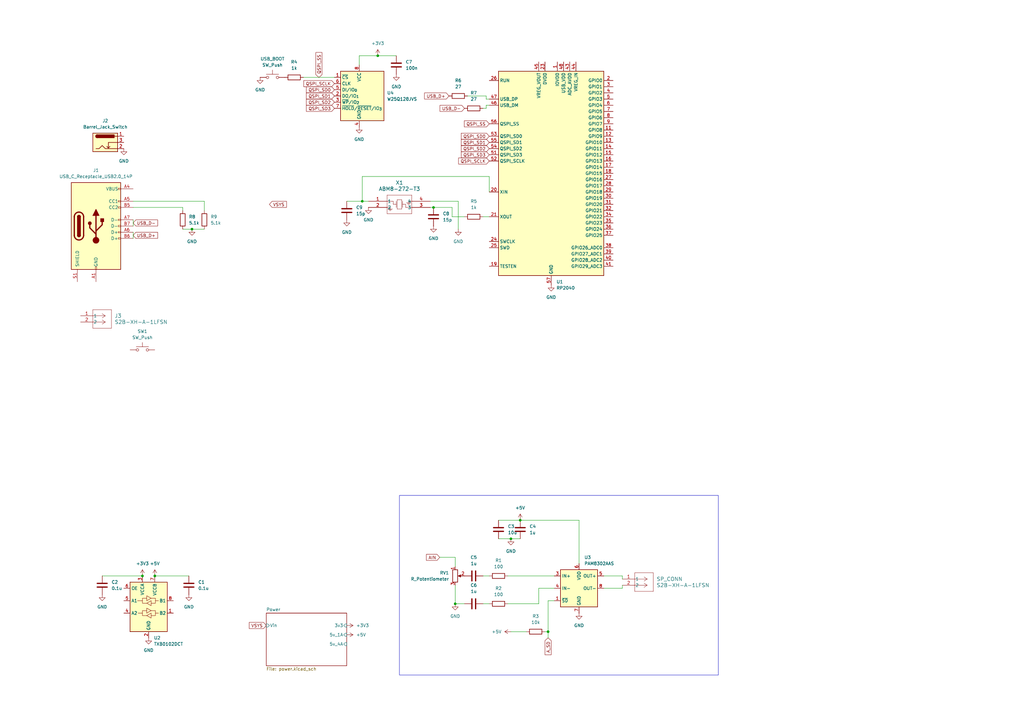
<source format=kicad_sch>
(kicad_sch (version 20250114) (generator "eeschema") (generator_version "9.0")
  (paper "A3")
  (lib_symbols
    (symbol "2025-06-24_02-23-02:ABM8-272-T3" (pin_names (offset 0.254))
      (property "Reference" "X" (at 12.7 7.62 0))
      (property "Value" "ABM8-272-T3" (at 12.7 5.08 0))
      (symbol "ABM8-272-T3_0_1"
        (polyline (pts (xy 7.62 2.54) (xy 7.62 -5.08)) (stroke (width 0.127)))
        (polyline (pts (xy 7.62 -2.54) (xy 8.89 -2.54)) (stroke (width 0.127)))
        (polyline (pts (xy 7.62 -5.08) (xy 17.78 -5.08)) (stroke (width 0.127)))
        (polyline (pts (xy 7.9375 -3.175) (xy 9.8425 -3.175)) (stroke (width 0.127)))
        (polyline (pts (xy 8.255 -3.4925) (xy 9.525 -3.4925)) (stroke (width 0.127)))
        (polyline (pts (xy 8.5725 -3.81) (xy 9.2075 -3.81)) (stroke (width 0.127)))
        (polyline (pts (xy 8.89 -2.54) (xy 8.89 -3.175)) (stroke (width 0.127)))
        (polyline (pts (xy 10.16 0) (xy 7.62 0)) (stroke (width 0.127)))
        (polyline (pts (xy 10.16 -1.27) (xy 10.16 0)) (stroke (width 0.127)))
        (polyline (pts (xy 11.43 0) (xy 11.43 -2.54)) (stroke (width 0.127)))
        (polyline (pts (xy 11.43 -1.27) (xy 10.16 -1.27)) (stroke (width 0.127)))
        (polyline (pts (xy 11.7475 0.635) (xy 11.7475 -3.175)) (stroke (width 0.127)))
        (polyline (pts (xy 11.7475 -3.175) (xy 13.6525 -3.175)) (stroke (width 0.127)))
        (polyline (pts (xy 13.6525 0.635) (xy 11.7475 0.635)) (stroke (width 0.127)))
        (polyline (pts (xy 13.6525 -3.175) (xy 13.6525 0.635)) (stroke (width 0.127)))
        (polyline (pts (xy 13.97 0) (xy 13.97 -2.54)) (stroke (width 0.127)))
        (polyline (pts (xy 13.97 -1.27) (xy 15.24 -1.27)) (stroke (width 0.127)))
        (polyline (pts (xy 15.24 -1.27) (xy 15.24 -2.54)) (stroke (width 0.127)))
        (polyline (pts (xy 15.24 -2.54) (xy 17.78 -2.54)) (stroke (width 0.127)))
        (polyline (pts (xy 16.51 0) (xy 16.51 -0.635)) (stroke (width 0.127)))
        (polyline (pts (xy 16.8275 -1.27) (xy 16.1925 -1.27)) (stroke (width 0.127)))
        (polyline (pts (xy 17.145 -0.9525) (xy 15.875 -0.9525)) (stroke (width 0.127)))
        (polyline (pts (xy 17.4625 -0.635) (xy 15.5575 -0.635)) (stroke (width 0.127)))
        (polyline (pts (xy 17.78 2.54) (xy 7.62 2.54)) (stroke (width 0.127)))
        (polyline (pts (xy 17.78 0) (xy 16.51 0)) (stroke (width 0.127)))
        (polyline (pts (xy 17.78 -5.08) (xy 17.78 2.54)) (stroke (width 0.127)))
        (pin unspecified line (at 0 0 0) (length 7.62) (name "1") (number "1"))
        (pin unspecified line (at 0 -2.54 0) (length 7.62) (name "2") (number "2"))
        (pin unspecified line (at 25.4 0 180) (length 7.62) (name "4") (number "4"))
        (pin unspecified line (at 25.4 -2.54 180) (length 7.62) (name "3") (number "3"))
      )
    )
    (symbol "Amplifier_Audio:PAM8302AAS"
      (property "Reference" "U" (at 7.62 11.43 0))
      (property "Value" "PAM8302AAS" (at 7.62 8.89 0))
      (symbol "PAM8302AAS_0_1"
        (rectangle (start -7.62 7.62) (end 7.62 -7.62) (stroke (width 0.254)) (fill (type background)))
      )
      (symbol "PAM8302AAS_1_1"
        (pin input line (at -10.16 5.08 0) (length 2.54) (name "IN+") (number "3"))
        (pin input line (at -10.16 0 0) (length 2.54) (name "IN-") (number "4"))
        (pin input line (at -10.16 -5.08 0) (length 2.54) (name "~{SD}") (number "1"))
        (pin power_in line (at 0 10.16 270) (length 2.54) (name "VDD") (number "6"))
        (pin power_in line (at 0 -10.16 90) (length 2.54) (name "GND") (number "7"))
        (pin no_connect line (at 7.62 -5.08 180) (length 2.54) (hide yes) (name "NC") (number "2"))
        (pin output line (at 10.16 5.08 180) (length 2.54) (name "OUT+") (number "5"))
        (pin output line (at 10.16 0 180) (length 2.54) (name "OUT-") (number "8"))
      )
    )
    (symbol "Connector:Barrel_Jack_Switch" (pin_names (hide yes))
      (property "Reference" "J" (at 0 5.334 0))
      (property "Value" "Barrel_Jack_Switch" (at 0 -5.08 0))
      (symbol "Barrel_Jack_Switch_0_1"
        (rectangle (start -5.08 3.81) (end 5.08 -3.81) (stroke (width 0.254)) (fill (type background)))
        (polyline (pts (xy -3.81 -2.54) (xy -2.54 -2.54) (xy -1.27 -1.27) (xy 0 -2.54) (xy 2.54 -2.54) (xy 5.08 -2.54)) (stroke (width 0.254)))
        (arc (start -3.302 1.905) (mid -3.9343 2.54) (end -3.302 3.175) (stroke (width 0.254)))
        (arc (start -3.302 1.905) (mid -3.9343 2.54) (end -3.302 3.175) (stroke (width 0.254)) (fill (type outline)))
        (polyline (pts (xy 1.27 -2.286) (xy 1.905 -1.651)) (stroke (width 0.254)))
        (rectangle (start 3.683 3.175) (end -3.302 1.905) (stroke (width 0.254)) (fill (type outline)))
        (polyline (pts (xy 5.08 2.54) (xy 3.81 2.54)) (stroke (width 0.254)))
        (polyline (pts (xy 5.08 0) (xy 1.27 0) (xy 1.27 -2.286) (xy 0.635 -1.651)) (stroke (width 0.254)))
      )
      (symbol "Barrel_Jack_Switch_1_1"
        (pin passive line (at 7.62 2.54 180) (length 2.54) (name "~") (number "1"))
        (pin passive line (at 7.62 0 180) (length 2.54) (name "~") (number "3"))
        (pin passive line (at 7.62 -2.54 180) (length 2.54) (name "~") (number "2"))
      )
    )
    (symbol "Connector:USB_C_Receptacle_USB2.0_14P" (pin_names (offset 1.016))
      (property "Reference" "J" (at 0 22.225 0))
      (property "Value" "USB_C_Receptacle_USB2.0_14P" (at 0 19.685 0))
      (symbol "USB_C_Receptacle_USB2.0_14P_0_0"
        (rectangle (start -0.254 -17.78) (end 0.254 -16.764))
        (rectangle (start 10.16 15.494) (end 9.144 14.986))
        (rectangle (start 10.16 10.414) (end 9.144 9.906))
        (rectangle (start 10.16 7.874) (end 9.144 7.366))
        (rectangle (start 10.16 2.794) (end 9.144 2.286))
        (rectangle (start 10.16 0.254) (end 9.144 -0.254))
        (rectangle (start 10.16 -2.286) (end 9.144 -2.794))
        (rectangle (start 10.16 -4.826) (end 9.144 -5.334))
      )
      (symbol "USB_C_Receptacle_USB2.0_14P_0_1"
        (rectangle (start -10.16 17.78) (end 10.16 -17.78) (stroke (width 0.254)) (fill (type background)))
        (polyline (pts (xy -8.89 -3.81) (xy -8.89 3.81)) (stroke (width 0.508)))
        (rectangle (start -7.62 -3.81) (end -6.35 3.81) (stroke (width 0.254)) (fill (type outline)))
        (arc (start -7.62 3.81) (mid -6.985 4.4423) (end -6.35 3.81) (stroke (width 0.254)))
        (arc (start -7.62 3.81) (mid -6.985 4.4423) (end -6.35 3.81) (stroke (width 0.254)) (fill (type outline)))
        (arc (start -8.89 3.81) (mid -6.985 5.7067) (end -5.08 3.81) (stroke (width 0.508)))
        (arc (start -5.08 -3.81) (mid -6.985 -5.7067) (end -8.89 -3.81) (stroke (width 0.508)))
        (arc (start -6.35 -3.81) (mid -6.985 -4.4423) (end -7.62 -3.81) (stroke (width 0.254)))
        (arc (start -6.35 -3.81) (mid -6.985 -4.4423) (end -7.62 -3.81) (stroke (width 0.254)) (fill (type outline)))
        (polyline (pts (xy -5.08 3.81) (xy -5.08 -3.81)) (stroke (width 0.508)))
        (circle (center -2.54 1.143) (radius 0.635) (stroke (width 0.254)) (fill (type outline)))
        (polyline (pts (xy -1.27 4.318) (xy 0 6.858) (xy 1.27 4.318) (xy -1.27 4.318)) (stroke (width 0.254)) (fill (type outline)))
        (polyline (pts (xy 0 -2.032) (xy 2.54 0.508) (xy 2.54 1.778)) (stroke (width 0.508)))
        (polyline (pts (xy 0 -3.302) (xy -2.54 -0.762) (xy -2.54 0.508)) (stroke (width 0.508)))
        (polyline (pts (xy 0 -5.842) (xy 0 4.318)) (stroke (width 0.508)))
        (circle (center 0 -5.842) (radius 1.27) (fill (type outline)))
        (rectangle (start 1.905 1.778) (end 3.175 3.048) (stroke (width 0.254)) (fill (type outline)))
      )
      (symbol "USB_C_Receptacle_USB2.0_14P_1_1"
        (pin passive line (at -7.62 -22.86 90) (length 5.08) (name "SHIELD") (number "S1"))
        (pin passive line (at 0 -22.86 90) (length 5.08) (name "GND") (number "A1"))
        (pin passive line (at 0 -22.86 90) (length 5.08) (hide yes) (name "GND") (number "A12"))
        (pin passive line (at 0 -22.86 90) (length 5.08) (hide yes) (name "GND") (number "B1"))
        (pin passive line (at 0 -22.86 90) (length 5.08) (hide yes) (name "GND") (number "B12"))
        (pin passive line (at 15.24 15.24 180) (length 5.08) (name "VBUS") (number "A4"))
        (pin passive line (at 15.24 15.24 180) (length 5.08) (hide yes) (name "VBUS") (number "A9"))
        (pin passive line (at 15.24 15.24 180) (length 5.08) (hide yes) (name "VBUS") (number "B4"))
        (pin passive line (at 15.24 15.24 180) (length 5.08) (hide yes) (name "VBUS") (number "B9"))
        (pin bidirectional line (at 15.24 10.16 180) (length 5.08) (name "CC1") (number "A5"))
        (pin bidirectional line (at 15.24 7.62 180) (length 5.08) (name "CC2") (number "B5"))
        (pin bidirectional line (at 15.24 2.54 180) (length 5.08) (name "D-") (number "A7"))
        (pin bidirectional line (at 15.24 0 180) (length 5.08) (name "D-") (number "B7"))
        (pin bidirectional line (at 15.24 -2.54 180) (length 5.08) (name "D+") (number "A6"))
        (pin bidirectional line (at 15.24 -5.08 180) (length 5.08) (name "D+") (number "B6"))
      )
    )
    (symbol "Device:C" (pin_numbers (hide yes)) (pin_names (offset 0.254))
      (property "Reference" "C" (at 0.635 2.54 0))
      (property "Value" "C" (at 0.635 -2.54 0))
      (symbol "C_0_1"
        (polyline (pts (xy -2.032 0.762) (xy 2.032 0.762)) (stroke (width 0.508)))
        (polyline (pts (xy -2.032 -0.762) (xy 2.032 -0.762)) (stroke (width 0.508)))
      )
      (symbol "C_1_1"
        (pin passive line (at 0 3.81 270) (length 2.794) (name "~") (number "1"))
        (pin passive line (at 0 -3.81 90) (length 2.794) (name "~") (number "2"))
      )
    )
    (symbol "Device:R" (pin_numbers (hide yes)) (pin_names (offset 0))
      (property "Reference" "R" (at 2.032 0 90))
      (property "Value" "R" (at 0 0 90))
      (symbol "R_0_1"
        (rectangle (start -1.016 -2.54) (end 1.016 2.54) (stroke (width 0.254)))
      )
      (symbol "R_1_1"
        (pin passive line (at 0 3.81 270) (length 1.27) (name "~") (number "1"))
        (pin passive line (at 0 -3.81 90) (length 1.27) (name "~") (number "2"))
      )
    )
    (symbol "Device:R_Potentiometer" (pin_names (offset 1.016) (hide yes))
      (property "Reference" "RV" (at -4.445 0 90))
      (property "Value" "R_Potentiometer" (at -2.54 0 90))
      (symbol "R_Potentiometer_0_1"
        (rectangle (start 1.016 2.54) (end -1.016 -2.54) (stroke (width 0.254)))
        (polyline (pts (xy 1.143 0) (xy 2.286 0.508) (xy 2.286 -0.508) (xy 1.143 0)) (fill (type outline)))
        (polyline (pts (xy 2.54 0) (xy 1.524 0)))
      )
      (symbol "R_Potentiometer_1_1"
        (pin passive line (at 0 3.81 270) (length 1.27) (name "1") (number "1"))
        (pin passive line (at 0 -3.81 90) (length 1.27) (name "3") (number "3"))
        (pin passive line (at 3.81 0 180) (length 1.27) (name "2") (number "2"))
      )
    )
    (symbol "JST_XH_A:S2B-XH-A-1LFSN" (pin_names (offset 0.254))
      (property "Reference" "J" (at 8.89 6.35 0))
      (property "Value" "S2B-XH-A-1LFSN" (at 0 0 0))
      (symbol "S2B-XH-A-1LFSN_1_1"
        (polyline (pts (xy 5.08 2.54) (xy 5.08 -5.08)) (stroke (width 0.127)))
        (polyline (pts (xy 5.08 -5.08) (xy 12.7 -5.08)) (stroke (width 0.127)))
        (polyline (pts (xy 10.16 0) (xy 5.08 0)) (stroke (width 0.127)))
        (polyline (pts (xy 10.16 0) (xy 8.89 0.8467)) (stroke (width 0.127)))
        (polyline (pts (xy 10.16 0) (xy 8.89 -0.8467)) (stroke (width 0.127)))
        (polyline (pts (xy 10.16 -2.54) (xy 5.08 -2.54)) (stroke (width 0.127)))
        (polyline (pts (xy 10.16 -2.54) (xy 8.89 -1.6933)) (stroke (width 0.127)))
        (polyline (pts (xy 10.16 -2.54) (xy 8.89 -3.3867)) (stroke (width 0.127)))
        (polyline (pts (xy 12.7 2.54) (xy 5.08 2.54)) (stroke (width 0.127)))
        (polyline (pts (xy 12.7 -5.08) (xy 12.7 2.54)) (stroke (width 0.127)))
        (pin unspecified line (at 0 0 0) (length 5.08) (name "1") (number "1"))
        (pin unspecified line (at 0 -2.54 0) (length 5.08) (name "2") (number "2"))
      )
      (symbol "S2B-XH-A-1LFSN_1_2"
        (polyline (pts (xy 5.08 2.54) (xy 5.08 -5.08)) (stroke (width 0.127)))
        (polyline (pts (xy 5.08 -5.08) (xy 12.7 -5.08)) (stroke (width 0.127)))
        (polyline (pts (xy 7.62 0) (xy 5.08 0)) (stroke (width 0.127)))
        (polyline (pts (xy 7.62 0) (xy 8.89 0.8467)) (stroke (width 0.127)))
        (polyline (pts (xy 7.62 0) (xy 8.89 -0.8467)) (stroke (width 0.127)))
        (polyline (pts (xy 7.62 -2.54) (xy 5.08 -2.54)) (stroke (width 0.127)))
        (polyline (pts (xy 7.62 -2.54) (xy 8.89 -1.6933)) (stroke (width 0.127)))
        (polyline (pts (xy 7.62 -2.54) (xy 8.89 -3.3867)) (stroke (width 0.127)))
        (polyline (pts (xy 12.7 2.54) (xy 5.08 2.54)) (stroke (width 0.127)))
        (polyline (pts (xy 12.7 -5.08) (xy 12.7 2.54)) (stroke (width 0.127)))
        (pin unspecified line (at 0 0 0) (length 5.08) (name "1") (number "1"))
        (pin unspecified line (at 0 -2.54 0) (length 5.08) (name "2") (number "2"))
      )
    )
    (symbol "Logic_LevelTranslator:TXB0102DCT"
      (property "Reference" "U" (at -6.35 11.43 0))
      (property "Value" "TXB0102DCT" (at 3.81 11.43 0))
      (symbol "TXB0102DCT_0_1"
        (rectangle (start -7.62 10.16) (end 7.62 -10.16) (stroke (width 0.254)) (fill (type background)))
        (polyline (pts (xy -2.54 2.54) (xy -2.54 3.556) (xy -0.762 3.556)))
        (polyline (pts (xy -2.54 -2.54) (xy -2.54 -1.524) (xy -0.762 -1.524)))
        (polyline (pts (xy -0.762 2.54) (xy -0.762 4.572) (xy 1.016 3.556) (xy -0.762 2.54)))
        (polyline (pts (xy -0.762 1.524) (xy -2.54 1.524) (xy -2.54 2.54) (xy -4.572 2.54)))
        (polyline (pts (xy -0.762 -2.54) (xy -0.762 -0.508) (xy 1.016 -1.524) (xy -0.762 -2.54)) (fill (type background)))
        (polyline (pts (xy -0.762 -3.556) (xy -2.54 -3.556) (xy -2.54 -2.54) (xy -4.318 -2.54)))
        (polyline (pts (xy 1.016 3.556) (xy 2.794 3.556) (xy 2.794 2.54) (xy 4.064 2.54)))
        (polyline (pts (xy 1.016 2.54) (xy 1.016 0.762) (xy 1.016 0.508) (xy -0.762 1.524) (xy 1.016 2.54)))
        (polyline (pts (xy 1.016 -1.524) (xy 2.794 -1.524) (xy 2.794 -2.54) (xy 4.064 -2.54)))
        (polyline (pts (xy 1.016 -2.54) (xy 1.016 -4.572) (xy -0.762 -3.556) (xy 1.016 -2.54)))
        (polyline (pts (xy 2.794 2.54) (xy 2.794 1.524) (xy 1.016 1.524)))
        (polyline (pts (xy 2.794 -2.54) (xy 2.794 -3.556) (xy 1.016 -3.556)))
      )
      (symbol "TXB0102DCT_1_1"
        (pin input line (at -10.16 7.62 0) (length 2.54) (name "OE") (number "6"))
        (pin bidirectional line (at -10.16 2.54 0) (length 2.54) (name "A1") (number "5"))
        (pin bidirectional line (at -10.16 -2.54 0) (length 2.54) (name "A2") (number "4"))
        (pin power_in line (at -2.54 12.7 270) (length 2.54) (name "VCCA") (number "3"))
        (pin power_in line (at 0 -12.7 90) (length 2.54) (name "GND") (number "2"))
        (pin power_in line (at 2.54 12.7 270) (length 2.54) (name "VCCB") (number "7"))
        (pin bidirectional line (at 10.16 2.54 180) (length 2.54) (name "B1") (number "8"))
        (pin bidirectional line (at 10.16 -2.54 180) (length 2.54) (name "B2") (number "1"))
      )
    )
    (symbol "MCU_RaspberryPi:RP2040"
      (property "Reference" "U" (at 17.78 45.72 0))
      (property "Value" "RP2040" (at 17.78 43.18 0))
      (symbol "RP2040_0_1"
        (rectangle (start -21.59 41.91) (end 21.59 -41.91) (stroke (width 0.254)) (fill (type background)))
      )
      (symbol "RP2040_1_1"
        (pin input line (at -25.4 38.1 0) (length 3.81) (name "RUN") (number "26"))
        (pin bidirectional line (at -25.4 30.48 0) (length 3.81) (name "USB_DP") (number "47"))
        (pin bidirectional line (at -25.4 27.94 0) (length 3.81) (name "USB_DM") (number "46"))
        (pin bidirectional line (at -25.4 20.32 0) (length 3.81) (name "QSPI_SS") (number "56"))
        (pin bidirectional line (at -25.4 15.24 0) (length 3.81) (name "QSPI_SD0") (number "53"))
        (pin bidirectional line (at -25.4 12.7 0) (length 3.81) (name "QSPI_SD1") (number "55"))
        (pin bidirectional line (at -25.4 10.16 0) (length 3.81) (name "QSPI_SD2") (number "54"))
        (pin bidirectional line (at -25.4 7.62 0) (length 3.81) (name "QSPI_SD3") (number "51"))
        (pin output line (at -25.4 5.08 0) (length 3.81) (name "QSPI_SCLK") (number "52"))
        (pin input line (at -25.4 -7.62 0) (length 3.81) (name "XIN") (number "20"))
        (pin passive line (at -25.4 -17.78 0) (length 3.81) (name "XOUT") (number "21"))
        (pin input line (at -25.4 -27.94 0) (length 3.81) (name "SWCLK") (number "24"))
        (pin bidirectional line (at -25.4 -30.48 0) (length 3.81) (name "SWD") (number "25"))
        (pin input line (at -25.4 -38.1 0) (length 3.81) (name "TESTEN") (number "19"))
        (pin power_out line (at -5.08 45.72 270) (length 3.81) (name "VREG_VOUT") (number "45"))
        (pin power_in line (at -2.54 45.72 270) (length 3.81) (name "DVDD") (number "23"))
        (pin passive line (at -2.54 45.72 270) (length 3.81) (hide yes) (name "DVDD") (number "50"))
        (pin power_in line (at 0 -45.72 90) (length 3.81) (name "GND") (number "57"))
        (pin power_in line (at 2.54 45.72 270) (length 3.81) (name "IOVDD") (number "1"))
        (pin passive line (at 2.54 45.72 270) (length 3.81) (hide yes) (name "IOVDD") (number "10"))
        (pin passive line (at 2.54 45.72 270) (length 3.81) (hide yes) (name "IOVDD") (number "22"))
        (pin passive line (at 2.54 45.72 270) (length 3.81) (hide yes) (name "IOVDD") (number "33"))
        (pin passive line (at 2.54 45.72 270) (length 3.81) (hide yes) (name "IOVDD") (number "42"))
        (pin passive line (at 2.54 45.72 270) (length 3.81) (hide yes) (name "IOVDD") (number "49"))
        (pin power_in line (at 5.08 45.72 270) (length 3.81) (name "USB_VDD") (number "48"))
        (pin power_in line (at 7.62 45.72 270) (length 3.81) (name "ADC_AVDD") (number "43"))
        (pin power_in line (at 10.16 45.72 270) (length 3.81) (name "VREG_IN") (number "44"))
        (pin bidirectional line (at 25.4 38.1 180) (length 3.81) (name "GPIO0") (number "2"))
        (pin bidirectional line (at 25.4 35.56 180) (length 3.81) (name "GPIO1") (number "3"))
        (pin bidirectional line (at 25.4 33.02 180) (length 3.81) (name "GPIO2") (number "4"))
        (pin bidirectional line (at 25.4 30.48 180) (length 3.81) (name "GPIO3") (number "5"))
        (pin bidirectional line (at 25.4 27.94 180) (length 3.81) (name "GPIO4") (number "6"))
        (pin bidirectional line (at 25.4 25.4 180) (length 3.81) (name "GPIO5") (number "7"))
        (pin bidirectional line (at 25.4 22.86 180) (length 3.81) (name "GPIO6") (number "8"))
        (pin bidirectional line (at 25.4 20.32 180) (length 3.81) (name "GPIO7") (number "9"))
        (pin bidirectional line (at 25.4 17.78 180) (length 3.81) (name "GPIO8") (number "11"))
        (pin bidirectional line (at 25.4 15.24 180) (length 3.81) (name "GPIO9") (number "12"))
        (pin bidirectional line (at 25.4 12.7 180) (length 3.81) (name "GPIO10") (number "13"))
        (pin bidirectional line (at 25.4 10.16 180) (length 3.81) (name "GPIO11") (number "14"))
        (pin bidirectional line (at 25.4 7.62 180) (length 3.81) (name "GPIO12") (number "15"))
        (pin bidirectional line (at 25.4 5.08 180) (length 3.81) (name "GPIO13") (number "16"))
        (pin bidirectional line (at 25.4 2.54 180) (length 3.81) (name "GPIO14") (number "17"))
        (pin bidirectional line (at 25.4 0 180) (length 3.81) (name "GPIO15") (number "18"))
        (pin bidirectional line (at 25.4 -2.54 180) (length 3.81) (name "GPIO16") (number "27"))
        (pin bidirectional line (at 25.4 -5.08 180) (length 3.81) (name "GPIO17") (number "28"))
        (pin bidirectional line (at 25.4 -7.62 180) (length 3.81) (name "GPIO18") (number "29"))
        (pin bidirectional line (at 25.4 -10.16 180) (length 3.81) (name "GPIO19") (number "30"))
        (pin bidirectional line (at 25.4 -12.7 180) (length 3.81) (name "GPIO20") (number "31"))
        (pin bidirectional line (at 25.4 -15.24 180) (length 3.81) (name "GPIO21") (number "32"))
        (pin bidirectional line (at 25.4 -17.78 180) (length 3.81) (name "GPIO22") (number "34"))
        (pin bidirectional line (at 25.4 -20.32 180) (length 3.81) (name "GPIO23") (number "35"))
        (pin bidirectional line (at 25.4 -22.86 180) (length 3.81) (name "GPIO24") (number "36"))
        (pin bidirectional line (at 25.4 -25.4 180) (length 3.81) (name "GPIO25") (number "37"))
        (pin bidirectional line (at 25.4 -30.48 180) (length 3.81) (name "GPIO26_ADC0") (number "38"))
        (pin bidirectional line (at 25.4 -33.02 180) (length 3.81) (name "GPIO27_ADC1") (number "39"))
        (pin bidirectional line (at 25.4 -35.56 180) (length 3.81) (name "GPIO28_ADC2") (number "40"))
        (pin bidirectional line (at 25.4 -38.1 180) (length 3.81) (name "GPIO29_ADC3") (number "41"))
      )
    )
    (symbol "Memory_Flash:W25Q128JVS"
      (property "Reference" "U" (at -6.35 11.43 0))
      (property "Value" "W25Q128JVS" (at 7.62 11.43 0))
      (symbol "W25Q128JVS_0_1"
        (rectangle (start -7.62 10.16) (end 10.16 -10.16) (stroke (width 0.254)) (fill (type background)))
      )
      (symbol "W25Q128JVS_1_1"
        (pin input line (at -10.16 7.62 0) (length 2.54) (name "~{CS}") (number "1"))
        (pin input line (at -10.16 5.08 0) (length 2.54) (name "CLK") (number "6"))
        (pin bidirectional line (at -10.16 2.54 0) (length 2.54) (name "DI/IO_{0}") (number "5"))
        (pin bidirectional line (at -10.16 0 0) (length 2.54) (name "DO/IO_{1}") (number "2"))
        (pin bidirectional line (at -10.16 -2.54 0) (length 2.54) (name "~{WP}/IO_{2}") (number "3"))
        (pin bidirectional line (at -10.16 -5.08 0) (length 2.54) (name "~{HOLD}/~{RESET}/IO_{3}") (number "7"))
        (pin power_in line (at 0 12.7 270) (length 2.54) (name "VCC") (number "8"))
        (pin power_in line (at 0 -12.7 90) (length 2.54) (name "GND") (number "4"))
      )
    )
    (symbol "Switch:SW_Push" (pin_numbers (hide yes)) (pin_names (offset 1.016) (hide yes))
      (property "Reference" "SW" (at 1.27 2.54 0))
      (property "Value" "SW_Push" (at 0 -1.524 0))
      (symbol "SW_Push_0_1"
        (circle (center -2.032 0) (radius 0.508))
        (polyline (pts (xy 0 1.27) (xy 0 3.048)))
        (circle (center 2.032 0) (radius 0.508))
        (polyline (pts (xy 2.54 1.27) (xy -2.54 1.27)))
        (pin passive line (at -5.08 0 0) (length 2.54) (name "1") (number "1"))
        (pin passive line (at 5.08 0 180) (length 2.54) (name "2") (number "2"))
      )
    )
    (symbol "power:+3V3" (power) (pin_numbers (hide yes)) (pin_names (offset 0) (hide yes))
      (property "Value" "+3V3" (at 0 3.556 0))
      (symbol "+3V3_0_1"
        (polyline (pts (xy -0.762 1.27) (xy 0 2.54)))
        (polyline (pts (xy 0 2.54) (xy 0.762 1.27)))
        (polyline (pts (xy 0 0) (xy 0 2.54)))
      )
      (symbol "+3V3_1_1"
        (pin power_in line (at 0 0 90) (length 0) (name "~") (number "1"))
      )
    )
    (symbol "power:+5V" (power) (pin_numbers (hide yes)) (pin_names (offset 0) (hide yes))
      (property "Value" "+5V" (at 0 3.556 0))
      (symbol "+5V_0_1"
        (polyline (pts (xy -0.762 1.27) (xy 0 2.54)))
        (polyline (pts (xy 0 2.54) (xy 0.762 1.27)))
        (polyline (pts (xy 0 0) (xy 0 2.54)))
      )
      (symbol "+5V_1_1"
        (pin power_in line (at 0 0 90) (length 0) (name "~") (number "1"))
      )
    )
    (symbol "power:GND" (power) (pin_numbers (hide yes)) (pin_names (offset 0) (hide yes))
      (property "Value" "GND" (at 0 -3.81 0))
      (symbol "GND_0_1"
        (polyline (pts (xy 0 0) (xy 0 -1.27) (xy 1.27 -1.27) (xy 0 -2.54) (xy -1.27 -1.27) (xy 0 -1.27)))
      )
      (symbol "GND_1_1"
        (pin power_in line (at 0 0 270) (length 0) (name "~") (number "1"))
      )
    )
  )
  (rectangle (start 163.83 203.2) (end 294.64 276.86))
  (junction (at 58.42 236.22))
  (junction (at 209.55 220.98))
  (junction (at 224.79 259.08))
  (junction (at 154.94 22.86))
  (junction (at 177.8 85.09))
  (junction (at 78.74 93.98))
  (junction (at 148.59 82.55))
  (junction (at 63.5 236.22))
  (junction (at 213.36 213.36))
  (junction (at 186.69 247.65))
  (wire (pts (xy 83.82 82.55) (xy 83.82 86.36)))
  (wire (pts (xy 154.94 22.86) (xy 162.56 22.86)))
  (wire (pts (xy 176.53 85.09) (xy 177.8 85.09)))
  (wire (pts (xy 208.28 236.22) (xy 227.33 236.22)))
  (wire (pts (xy 54.61 82.55) (xy 83.82 82.55)))
  (wire (pts (xy 209.55 220.98) (xy 213.36 220.98)))
  (wire (pts (xy 255.27 236.22) (xy 255.27 237.49)))
  (wire (pts (xy 180.34 228.6) (xy 186.69 228.6)))
  (wire (pts (xy 177.8 85.09) (xy 185.42 85.09)))
  (wire (pts (xy 237.49 213.36) (xy 213.36 213.36)))
  (wire (pts (xy 137.16 31.75) (xy 124.46 31.75)))
  (wire (pts (xy 247.65 236.22) (xy 255.27 236.22)))
  (wire (pts (xy 191.77 39.37) (xy 199.39 39.37)))
  (wire (pts (xy 185.42 85.09) (xy 185.42 88.9)))
  (wire (pts (xy 198.12 236.22) (xy 200.66 236.22)))
  (wire (pts (xy 199.39 43.18) (xy 200.66 43.18)))
  (wire (pts (xy 198.12 247.65) (xy 200.66 247.65)))
  (wire (pts (xy 198.12 88.9) (xy 200.66 88.9)))
  (wire (pts (xy 220.98 247.65) (xy 220.98 241.3)))
  (wire (pts (xy 237.49 231.14) (xy 237.49 213.36)))
  (wire (pts (xy 41.91 236.22) (xy 58.42 236.22)))
  (wire (pts (xy 199.39 39.37) (xy 199.39 40.64)))
  (wire (pts (xy 54.61 90.17) (xy 54.61 92.71)))
  (wire (pts (xy 78.74 93.98) (xy 83.82 93.98)))
  (wire (pts (xy 198.12 44.45) (xy 199.39 44.45)))
  (wire (pts (xy 186.69 232.41) (xy 186.69 228.6)))
  (wire (pts (xy 74.93 93.98) (xy 78.74 93.98)))
  (wire (pts (xy 63.5 236.22) (xy 77.47 236.22)))
  (wire (pts (xy 227.33 246.38) (xy 224.79 246.38)))
  (wire (pts (xy 185.42 88.9) (xy 190.5 88.9)))
  (wire (pts (xy 220.98 241.3) (xy 227.33 241.3)))
  (wire (pts (xy 186.69 247.65) (xy 190.5 247.65)))
  (wire (pts (xy 148.59 72.39) (xy 200.66 72.39)))
  (wire (pts (xy 247.65 241.3) (xy 255.27 241.3)))
  (wire (pts (xy 147.32 22.86) (xy 154.94 22.86)))
  (wire (pts (xy 186.69 240.03) (xy 186.69 247.65)))
  (wire (pts (xy 204.47 220.98) (xy 209.55 220.98)))
  (wire (pts (xy 176.53 82.55) (xy 187.96 82.55)))
  (wire (pts (xy 208.28 247.65) (xy 220.98 247.65)))
  (wire (pts (xy 224.79 261.62) (xy 224.79 259.08)))
  (wire (pts (xy 187.96 82.55) (xy 187.96 93.98)))
  (wire (pts (xy 148.59 82.55) (xy 148.59 72.39)))
  (wire (pts (xy 54.61 95.25) (xy 54.61 97.79)))
  (wire (pts (xy 255.27 241.3) (xy 255.27 240.03)))
  (wire (pts (xy 224.79 246.38) (xy 224.79 259.08)))
  (wire (pts (xy 215.9 259.08) (xy 209.55 259.08)))
  (wire (pts (xy 204.47 213.36) (xy 213.36 213.36)))
  (wire (pts (xy 199.39 40.64) (xy 200.66 40.64)))
  (wire (pts (xy 142.24 82.55) (xy 148.59 82.55)))
  (wire (pts (xy 74.93 85.09) (xy 54.61 85.09)))
  (wire (pts (xy 151.13 82.55) (xy 148.59 82.55)))
  (wire (pts (xy 147.32 26.67) (xy 147.32 22.86)))
  (wire (pts (xy 74.93 86.36) (xy 74.93 85.09)))
  (wire (pts (xy 199.39 44.45) (xy 199.39 43.18)))
  (wire (pts (xy 200.66 72.39) (xy 200.66 78.74)))
  (wire (pts (xy 224.79 259.08) (xy 223.52 259.08)))
  (global_label "QSPI_SD3" (shape input) (at 137.16 44.45 180) (property "Intersheetrefs" "${INTERSHEET_REFS}" (effects (hide yes))))
  (global_label "QSPI_SD3" (shape input) (at 200.66 63.5 180) (property "Intersheetrefs" "${INTERSHEET_REFS}" (effects (hide yes))))
  (global_label "QSPI_SD2" (shape input) (at 200.66 60.96 180) (property "Intersheetrefs" "${INTERSHEET_REFS}" (effects (hide yes))))
  (global_label "AIN" (shape input) (at 180.34 228.6 180) (property "Intersheetrefs" "${INTERSHEET_REFS}" (effects (hide yes))))
  (global_label "QSPI_SS" (shape input) (at 130.81 31.75 90) (property "Intersheetrefs" "${INTERSHEET_REFS}" (effects (hide yes))))
  (global_label "QSPI_SCLK" (shape input) (at 137.16 34.29 180) (property "Intersheetrefs" "${INTERSHEET_REFS}" (effects (hide yes))))
  (global_label "QSPI_SD2" (shape input) (at 137.16 41.91 180) (property "Intersheetrefs" "${INTERSHEET_REFS}" (effects (hide yes))))
  (global_label "VSYS" (shape input) (at 110.49 83.82 0) (property "Intersheetrefs" "${INTERSHEET_REFS}" (effects (hide yes))))
  (global_label "QSPI_SD0" (shape input) (at 200.66 55.88 180) (property "Intersheetrefs" "${INTERSHEET_REFS}" (effects (hide yes))))
  (global_label "VSYS" (shape input) (at 109.22 256.54 180) (property "Intersheetrefs" "${INTERSHEET_REFS}" (effects (hide yes))))
  (global_label "USB_D+" (shape input) (at 184.15 39.37 180) (property "Intersheetrefs" "${INTERSHEET_REFS}" (effects (hide yes))))
  (global_label "QSPI_SD1" (shape input) (at 200.66 58.42 180) (property "Intersheetrefs" "${INTERSHEET_REFS}" (effects (hide yes))))
  (global_label "A_SD" (shape input) (at 224.79 261.62 270) (property "Intersheetrefs" "${INTERSHEET_REFS}" (effects (hide yes))))
  (global_label "USB_D-" (shape input) (at 54.61 91.44 0) (property "Intersheetrefs" "${INTERSHEET_REFS}" (effects (hide yes))))
  (global_label "USB_D+" (shape input) (at 54.61 96.52 0) (property "Intersheetrefs" "${INTERSHEET_REFS}" (effects (hide yes))))
  (global_label "QSPI_SD0" (shape input) (at 137.16 36.83 180) (property "Intersheetrefs" "${INTERSHEET_REFS}" (effects (hide yes))))
  (global_label "USB_D-" (shape input) (at 190.5 44.45 180) (property "Intersheetrefs" "${INTERSHEET_REFS}" (effects (hide yes))))
  (global_label "QSPI_SS" (shape input) (at 200.66 50.8 180) (property "Intersheetrefs" "${INTERSHEET_REFS}" (effects (hide yes))))
  (global_label "QSPI_SD1" (shape input) (at 137.16 39.37 180) (property "Intersheetrefs" "${INTERSHEET_REFS}" (effects (hide yes))))
  (global_label "QSPI_SCLK" (shape input) (at 200.66 66.04 180) (property "Intersheetrefs" "${INTERSHEET_REFS}" (effects (hide yes))))
  (symbol (lib_id "JST_XH_A:S2B-XH-A-1LFSN") (at 33.02 129.54 0) (unit 1)
    (property "Reference" "J3" (at 46.99 129.5399 0) (effects (font (size 1.524 1.524)) (justify left)))
    (property "Value" "S2B-XH-A-1LFSN" (at 46.99 132.0799 0) (effects (font (size 1.524 1.524)) (justify left)))
    (property "Footprint" "CONN_S2B-XH-A-1LFSN_JST" (effects (hide yes)))
    (property "Datasheet" "S2B-XH-A-1LFSN" (effects (hide yes)))
  )
  (symbol (lib_id "power:GND") (at 162.56 30.48 0) (unit 1)
    (property "Reference" "#PWR024" (effects (hide yes)))
    (property "Value" "GND" (at 162.56 35.56 0))
    (property "Description" "Power symbol creates a global label with name \"GND\" , ground" (effects (hide yes)))
  )
  (symbol (lib_id "Device:R") (at 120.65 31.75 90) (unit 1)
    (property "Reference" "R4" (at 120.65 25.4 90))
    (property "Value" "1k" (at 120.65 27.94 90))
    (property "Description" "Resistor" (effects (hide yes)))
  )
  (symbol (lib_id "power:GND") (at 187.96 93.98 0) (unit 1)
    (property "Reference" "#PWR030" (effects (hide yes)))
    (property "Value" "GND" (at 187.96 99.06 0))
    (property "Description" "Power symbol creates a global label with name \"GND\" , ground" (effects (hide yes)))
  )
  (symbol (lib_id "power:GND") (at 77.47 243.84 0) (unit 1)
    (property "Reference" "#PWR013" (effects (hide yes)))
    (property "Value" "GND" (at 77.47 248.92 0))
    (property "Description" "Power symbol creates a global label with name \"GND\" , ground" (effects (hide yes)))
  )
  (symbol (lib_id "Connector:USB_C_Receptacle_USB2.0_14P") (at 39.37 92.71 0) (unit 1)
    (property "Reference" "J1" (at 39.37 69.85 0))
    (property "Value" "USB_C_Receptacle_USB2.0_14P" (at 39.37 72.39 0))
    (property "Footprint" "kicad-legacy/kicad-footprints/Connector_USB.pretty:USB_C_Receptacle_GCT_USB4085" (effects (hide yes)))
    (property "Datasheet" "https://www.usb.org/sites/default/files/documents/usb_type-c.zip" (effects (hide yes)))
    (property "Description" "USB 2.0-only 14P Type-C Receptacle connector" (effects (hide yes)))
  )
  (symbol (lib_id "power:GND") (at 41.91 243.84 0) (unit 1)
    (property "Reference" "#PWR014" (effects (hide yes)))
    (property "Value" "GND" (at 41.91 248.92 0))
    (property "Description" "Power symbol creates a global label with name \"GND\" , ground" (effects (hide yes)))
  )
  (symbol (lib_id "Device:C") (at 77.47 240.03 0) (unit 1)
    (property "Reference" "C1" (at 81.28 238.7599 0) (effects (justify left)))
    (property "Value" "0.1u" (at 81.28 241.2999 0) (effects (justify left)))
    (property "Description" "Unpolarized capacitor" (effects (hide yes)))
  )
  (symbol (lib_id "2025-06-24_02-23-02:ABM8-272-T3") (at 151.13 82.55 0) (unit 1)
    (property "Reference" "X1" (at 163.83 74.93 0) (effects (font (size 1.524 1.524))))
    (property "Value" "ABM8-272-T3" (at 163.83 77.47 0) (effects (font (size 1.524 1.524))))
    (property "Footprint" "ABM8-272-T3_ABR" (effects (hide yes)))
    (property "Datasheet" "ABM8-272-T3" (effects (hide yes)))
  )
  (symbol (lib_id "Device:R_Potentiometer") (at 186.69 236.22 0) (unit 1)
    (property "Reference" "RV1" (at 184.15 234.9499 0) (effects (justify right)))
    (property "Value" "R_Potentiometer" (at 184.15 237.4899 0) (effects (justify right)))
    (property "Description" "Potentiometer" (effects (hide yes)))
  )
  (symbol (lib_id "Device:C") (at 194.31 236.22 270) (unit 1)
    (property "Reference" "C5" (at 194.31 228.6 90))
    (property "Value" "1u" (at 194.31 231.14 90))
    (property "Description" "Unpolarized capacitor" (effects (hide yes)))
  )
  (symbol (lib_id "Memory_Flash:W25Q128JVS") (at 147.32 39.37 0) (unit 1)
    (property "Reference" "U4" (at 158.75 38.0999 0) (effects (justify left)))
    (property "Value" "W25Q128JVS" (at 158.75 40.6399 0) (effects (justify left)))
    (property "Footprint" "Package_SO:SOIC-8_5.3x5.3mm_P1.27mm" (effects (hide yes)))
    (property "Datasheet" "https://www.winbond.com/resource-files/w25q128jv_dtr%20revc%2003272018%20plus.pdf" (effects (hide yes)))
    (property "Description" "128Mbit / 16MiB Serial Flash Memory, Standard/Dual/Quad SPI, 2.7-3.6V, SOIC-8" (effects (hide yes)))
  )
  (symbol (lib_id "power:+5V") (at 142.24 260.35 270) (unit 1)
    (property "Reference" "#PWR012" (effects (hide yes)))
    (property "Value" "+5V" (at 146.05 260.3499 90) (effects (justify left)))
    (property "Description" "Power symbol creates a global label with name \"+5V\"" (effects (hide yes)))
  )
  (symbol (lib_id "Device:R") (at 194.31 44.45 90) (unit 1)
    (property "Reference" "R7" (at 194.31 38.1 90))
    (property "Value" "27" (at 194.31 40.64 90))
    (property "Description" "Resistor" (effects (hide yes)))
  )
  (symbol (lib_id "Device:R") (at 194.31 88.9 90) (unit 1)
    (property "Reference" "R5" (at 194.31 82.55 90))
    (property "Value" "1k" (at 194.31 85.09 90))
    (property "Description" "Resistor" (effects (hide yes)))
  )
  (symbol (lib_id "Device:R") (at 83.82 90.17 0) (unit 1)
    (property "Reference" "R9" (at 86.36 88.8999 0) (effects (justify left)))
    (property "Value" "5.1k" (at 86.36 91.4399 0) (effects (justify left)))
    (property "Description" "Resistor" (effects (hide yes)))
  )
  (symbol (lib_id "power:+3V3") (at 154.94 22.86 0) (unit 1)
    (property "Reference" "#PWR025" (effects (hide yes)))
    (property "Value" "+3V3" (at 154.94 17.78 0))
    (property "Description" "Power symbol creates a global label with name \"+3V3\"" (effects (hide yes)))
  )
  (symbol (lib_id "power:GND") (at 106.68 31.75 0) (unit 1)
    (property "Reference" "#PWR026" (effects (hide yes)))
    (property "Value" "GND" (at 106.68 36.83 0))
    (property "Description" "Power symbol creates a global label with name \"GND\" , ground" (effects (hide yes)))
  )
  (symbol (lib_id "Device:R") (at 219.71 259.08 90) (unit 1)
    (property "Reference" "R3" (at 219.71 252.73 90))
    (property "Value" "10k" (at 219.71 255.27 90))
    (property "Description" "Resistor" (effects (hide yes)))
  )
  (symbol (lib_id "power:GND") (at 142.24 90.17 0) (unit 1)
    (property "Reference" "#PWR028" (effects (hide yes)))
    (property "Value" "GND" (at 142.24 95.25 0))
    (property "Description" "Power symbol creates a global label with name \"GND\" , ground" (effects (hide yes)))
  )
  (symbol (lib_id "JST_XH_A:S2B-XH-A-1LFSN") (at 255.27 237.49 0) (unit 1)
    (property "Reference" "SP_CONN" (at 269.24 237.4899 0) (effects (font (size 1.524 1.524)) (justify left)))
    (property "Value" "S2B-XH-A-1LFSN" (at 269.24 240.0299 0) (effects (font (size 1.524 1.524)) (justify left)))
    (property "Footprint" "CONN_S2B-XH-A-1LFSN_JST" (effects (hide yes)))
    (property "Datasheet" "S2B-XH-A-1LFSN" (effects (hide yes)))
  )
  (symbol (lib_id "power:+5V") (at 63.5 236.22 0) (unit 1)
    (property "Reference" "#PWR017" (effects (hide yes)))
    (property "Value" "+5V" (at 63.5 231.14 0))
    (property "Description" "Power symbol creates a global label with name \"+5V\"" (effects (hide yes)))
  )
  (symbol (lib_id "power:GND") (at 60.96 261.62 0) (unit 1)
    (property "Reference" "#PWR015" (effects (hide yes)))
    (property "Value" "GND" (at 60.96 266.7 0))
    (property "Description" "Power symbol creates a global label with name \"GND\" , ground" (effects (hide yes)))
  )
  (symbol (lib_id "power:GND") (at 209.55 220.98 0) (unit 1)
    (property "Reference" "#PWR019" (effects (hide yes)))
    (property "Value" "GND" (at 209.55 226.06 0))
    (property "Description" "Power symbol creates a global label with name \"GND\" , ground" (effects (hide yes)))
  )
  (symbol (lib_id "Switch:SW_Push") (at 58.42 143.51 0) (unit 1)
    (property "Reference" "SW1" (at 58.42 135.89 0))
    (property "Value" "SW_Push" (at 58.42 138.43 0))
    (property "Description" "Push button switch, generic, two pins" (effects (hide yes)))
  )
  (symbol (lib_id "Device:C") (at 213.36 217.17 0) (unit 1)
    (property "Reference" "C4" (at 217.17 215.8999 0) (effects (justify left)))
    (property "Value" "1u" (at 217.17 218.4399 0) (effects (justify left)))
    (property "Description" "Unpolarized capacitor" (effects (hide yes)))
  )
  (symbol (lib_id "power:+5V") (at 213.36 213.36 0) (unit 1)
    (property "Reference" "#PWR020" (effects (hide yes)))
    (property "Value" "+5V" (at 213.36 208.28 0))
    (property "Description" "Power symbol creates a global label with name \"+5V\"" (effects (hide yes)))
  )
  (symbol (lib_id "Switch:SW_Push") (at 111.76 31.75 0) (unit 1)
    (property "Reference" "USB_BOOT" (at 111.76 24.13 0))
    (property "Value" "SW_Push" (at 111.76 26.67 0))
    (property "Description" "Push button switch, generic, two pins" (effects (hide yes)))
  )
  (symbol (lib_id "Device:C") (at 162.56 26.67 0) (unit 1)
    (property "Reference" "C7" (at 166.37 25.3999 0) (effects (justify left)))
    (property "Value" "100n" (at 166.37 27.9399 0) (effects (justify left)))
    (property "Description" "Unpolarized capacitor" (effects (hide yes)))
  )
  (symbol (lib_id "power:GND") (at 237.49 251.46 0) (unit 1)
    (property "Reference" "#PWR018" (effects (hide yes)))
    (property "Value" "GND" (at 237.49 256.54 0))
    (property "Description" "Power symbol creates a global label with name \"GND\" , ground" (effects (hide yes)))
  )
  (symbol (lib_id "power:GND") (at 186.69 247.65 0) (unit 1)
    (property "Reference" "#PWR021" (effects (hide yes)))
    (property "Value" "GND" (at 186.69 252.73 0))
    (property "Description" "Power symbol creates a global label with name \"GND\" , ground" (effects (hide yes)))
  )
  (symbol (lib_id "power:GND") (at 50.8 60.96 0) (unit 1)
    (property "Reference" "#PWR05" (effects (hide yes)))
    (property "Value" "GND" (at 50.8 66.04 0))
    (property "Description" "Power symbol creates a global label with name \"GND\" , ground" (effects (hide yes)))
  )
  (symbol (lib_id "Device:C") (at 194.31 247.65 270) (unit 1)
    (property "Reference" "C6" (at 194.31 240.03 90))
    (property "Value" "1u" (at 194.31 242.57 90))
    (property "Description" "Unpolarized capacitor" (effects (hide yes)))
  )
  (symbol (lib_id "Device:R") (at 187.96 39.37 90) (unit 1)
    (property "Reference" "R6" (at 187.96 33.02 90))
    (property "Value" "27" (at 187.96 35.56 90))
    (property "Description" "Resistor" (effects (hide yes)))
  )
  (symbol (lib_id "Device:R") (at 204.47 247.65 90) (unit 1)
    (property "Reference" "R2" (at 204.47 241.3 90))
    (property "Value" "100" (at 204.47 243.84 90))
    (property "Description" "Resistor" (effects (hide yes)))
  )
  (symbol (lib_id "power:GND") (at 177.8 92.71 0) (unit 1)
    (property "Reference" "#PWR029" (effects (hide yes)))
    (property "Value" "GND" (at 177.8 97.79 0))
    (property "Description" "Power symbol creates a global label with name \"GND\" , ground" (effects (hide yes)))
  )
  (symbol (lib_id "power:GND") (at 151.13 85.09 0) (unit 1)
    (property "Reference" "#PWR027" (effects (hide yes)))
    (property "Value" "GND" (at 151.13 90.17 0))
    (property "Description" "Power symbol creates a global label with name \"GND\" , ground" (effects (hide yes)))
  )
  (symbol (lib_id "power:GND") (at 147.32 52.07 0) (unit 1)
    (property "Reference" "#PWR023" (effects (hide yes)))
    (property "Value" "GND" (at 147.32 57.15 0))
    (property "Description" "Power symbol creates a global label with name \"GND\" , ground" (effects (hide yes)))
  )
  (symbol (lib_id "Device:C") (at 41.91 240.03 0) (unit 1)
    (property "Reference" "C2" (at 45.72 238.7599 0) (effects (justify left)))
    (property "Value" "0.1u" (at 45.72 241.2999 0) (effects (justify left)))
    (property "Description" "Unpolarized capacitor" (effects (hide yes)))
  )
  (symbol (lib_id "Device:R") (at 74.93 90.17 0) (unit 1)
    (property "Reference" "R8" (at 77.47 88.8999 0) (effects (justify left)))
    (property "Value" "5.1k" (at 77.47 91.4399 0) (effects (justify left)))
    (property "Description" "Resistor" (effects (hide yes)))
  )
  (symbol (lib_id "Device:R") (at 204.47 236.22 90) (unit 1)
    (property "Reference" "R1" (at 204.47 229.87 90))
    (property "Value" "100" (at 204.47 232.41 90))
    (property "Description" "Resistor" (effects (hide yes)))
  )
  (symbol (lib_id "Connector:Barrel_Jack_Switch") (at 43.18 58.42 0) (unit 1)
    (property "Reference" "J2" (at 43.18 49.53 0))
    (property "Value" "Barrel_Jack_Switch" (at 43.18 52.07 0))
    (property "Description" "DC Barrel Jack with an internal switch" (effects (hide yes)))
  )
  (symbol (lib_id "power:GND") (at 78.74 93.98 0) (unit 1)
    (property "Reference" "#PWR032" (effects (hide yes)))
    (property "Value" "GND" (at 78.74 99.06 0))
    (property "Description" "Power symbol creates a global label with name \"GND\" , ground" (effects (hide yes)))
  )
  (symbol (lib_id "Logic_LevelTranslator:TXB0102DCT") (at 60.96 248.92 0) (unit 1)
    (property "Reference" "U2" (at 63.1033 261.62 0) (effects (justify left)))
    (property "Value" "TXB0102DCT" (at 63.1033 264.16 0) (effects (justify left)))
    (property "Footprint" "Package_SO:TSSOP-8_3x3mm_P0.65mm" (effects (hide yes)))
    (property "Datasheet" "http://www.ti.com/lit/ds/symlink/txb0102.pdf" (effects (hide yes)))
    (property "Description" "2-Bit Bidirectional Voltage-Level Translator With Auto Direction Sensing and ±15-kV ESD Protection, TSSOP-8" (effects (hide yes)))
  )
  (symbol (lib_id "Device:C") (at 142.24 86.36 0) (unit 1)
    (property "Reference" "C9" (at 146.05 85.0899 0) (effects (justify left)))
    (property "Value" "15p" (at 146.05 87.6299 0) (effects (justify left)))
    (property "Description" "Unpolarized capacitor" (effects (hide yes)))
  )
  (symbol (lib_id "MCU_RaspberryPi:RP2040") (at 226.06 71.12 0) (unit 1)
    (property "Reference" "U1" (at 228.2033 115.57 0) (effects (justify left)))
    (property "Value" "RP2040" (at 228.2033 118.11 0) (effects (justify left)))
    (property "Footprint" "Package_DFN_QFN:QFN-56-1EP_7x7mm_P0.4mm_EP3.2x3.2mm" (effects (hide yes)))
    (property "Datasheet" "https://datasheets.raspberrypi.com/rp2040/rp2040-datasheet.pdf" (effects (hide yes)))
    (property "Description" "A microcontroller by Raspberry Pi" (effects (hide yes)))
  )
  (symbol (lib_id "power:+3V3") (at 58.42 236.22 0) (unit 1)
    (property "Reference" "#PWR016" (effects (hide yes)))
    (property "Value" "+3V3" (at 58.42 231.14 0))
    (property "Description" "Power symbol creates a global label with name \"+3V3\"" (effects (hide yes)))
  )
  (symbol (lib_id "power:+5V") (at 209.55 259.08 90) (unit 1)
    (property "Reference" "#PWR022" (effects (hide yes)))
    (property "Value" "+5V" (at 205.74 259.0799 90) (effects (justify left)))
    (property "Description" "Power symbol creates a global label with name \"+5V\"" (effects (hide yes)))
  )
  (symbol (lib_id "power:+3V3") (at 142.24 256.54 270) (unit 1)
    (property "Reference" "#PWR011" (effects (hide yes)))
    (property "Value" "+3V3" (at 146.05 256.5399 90) (effects (justify left)))
    (property "Description" "Power symbol creates a global label with name \"+3V3\"" (effects (hide yes)))
  )
  (symbol (lib_id "Device:C") (at 204.47 217.17 0) (unit 1)
    (property "Reference" "C3" (at 208.28 215.8999 0) (effects (justify left)))
    (property "Value" "10u" (at 208.28 218.4399 0) (effects (justify left)))
    (property "Description" "Unpolarized capacitor" (effects (hide yes)))
  )
  (symbol (lib_id "Device:C") (at 177.8 88.9 0) (unit 1)
    (property "Reference" "C8" (at 181.61 87.6299 0) (effects (justify left)))
    (property "Value" "15p" (at 181.61 90.1699 0) (effects (justify left)))
    (property "Description" "Unpolarized capacitor" (effects (hide yes)))
  )
  (symbol (lib_id "power:GND") (at 226.06 116.84 0) (unit 1)
    (property "Reference" "#PWR031" (effects (hide yes)))
    (property "Value" "GND" (at 226.06 121.92 0))
    (property "Description" "Power symbol creates a global label with name \"GND\" , ground" (effects (hide yes)))
  )
  (symbol (lib_id "Amplifier_Audio:PAM8302AAS") (at 237.49 241.3 0) (unit 1)
    (property "Reference" "U3" (at 239.6333 228.6 0) (effects (justify left)))
    (property "Value" "PAM8302AAS" (at 239.6333 231.14 0) (effects (justify left)))
    (property "Datasheet" "https://www.diodes.com/assets/Datasheets/PAM8302A.pdf" (effects (hide yes)))
    (property "Description" "2.5W Filterless Class-D Mono Audio Amplifier, MSOP-8" (effects (hide yes)))
  )
  (sheet (at 109.22 251.46) (size 33.02 21.59) (stroke (width 0.1524))
    (property "Sheetname" "Power" (at 109.22 250.7484 0) (effects (justify left bottom)))
    (property "Sheetfile" "power.kicad_sch" (at 109.22 273.6346 0) (effects (justify left top)))
    (pin "3v3" input (at 142.24 256.54 0))
    (pin "Vin" input (at 109.22 256.54 180))
    (pin "5v_1A" input (at 142.24 260.35 0))
    (pin "5v_4A" input (at 142.24 264.16 0))
  )
)
</source>
